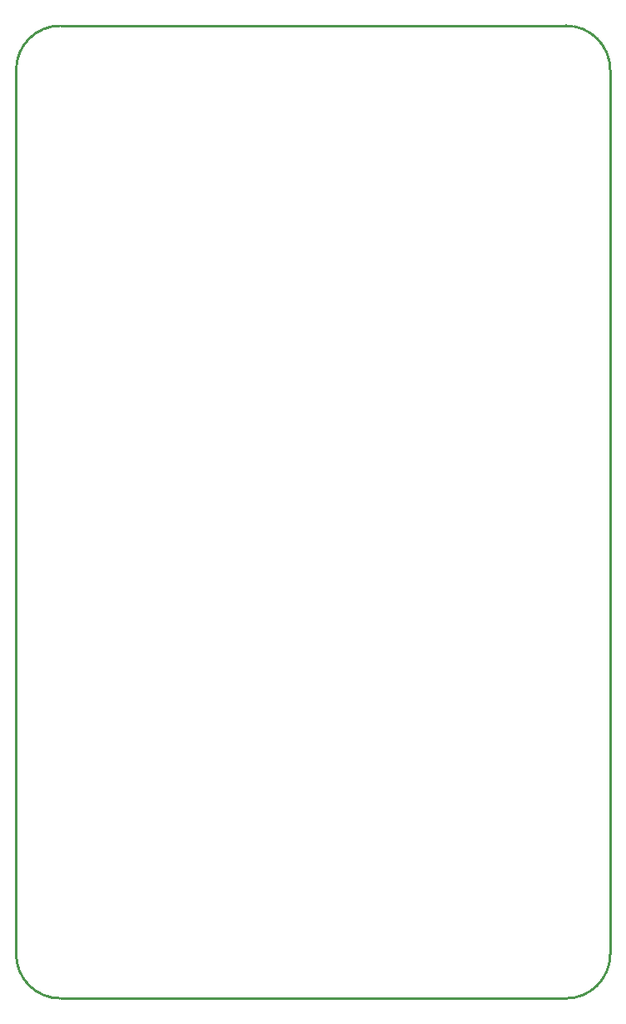
<source format=gbr>
%TF.GenerationSoftware,Altium Limited,Altium Designer,25.2.1 (25)*%
G04 Layer_Color=16711935*
%FSLAX43Y43*%
%MOMM*%
%TF.SameCoordinates,F457C3C9-6880-4064-B818-50B76E06CF19*%
%TF.FilePolarity,Positive*%
%TF.FileFunction,Keep-out,Top*%
%TF.Part,Single*%
G01*
G75*
%TA.AperFunction,NonConductor*%
%ADD36C,0.254*%
D36*
X60500Y94500D02*
G03*
X56000Y99000I-4500J0D01*
G01*
X4500D02*
G03*
X0Y94500I0J-4500D01*
G01*
X56000Y0D02*
G03*
X60500Y4500I0J4500D01*
G01*
X0D02*
G03*
X4500Y0I4500J0D01*
G01*
Y99000D02*
X56000D01*
X60500Y4500D02*
Y94500D01*
X0Y4500D02*
Y94500D01*
X4500Y0D02*
X56000D01*
%TF.MD5,bccf15decf08fca985591672c8c92234*%
M02*

</source>
